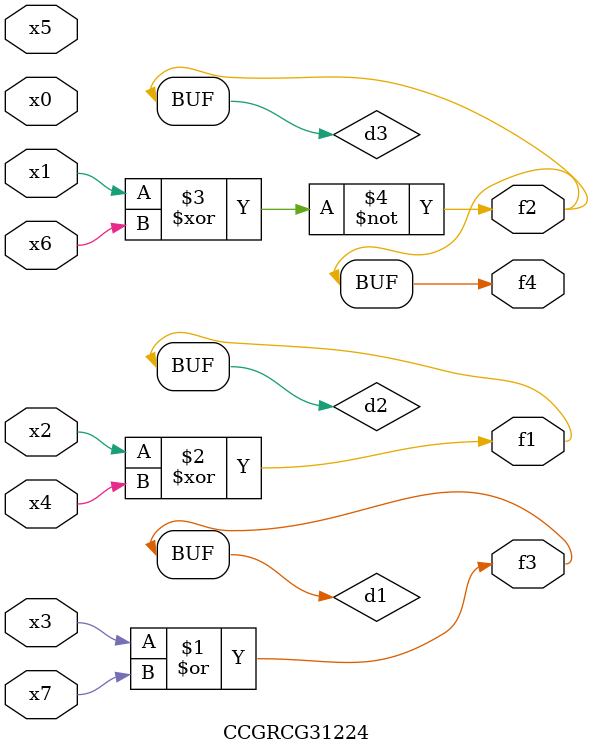
<source format=v>
module CCGRCG31224(
	input x0, x1, x2, x3, x4, x5, x6, x7,
	output f1, f2, f3, f4
);

	wire d1, d2, d3;

	or (d1, x3, x7);
	xor (d2, x2, x4);
	xnor (d3, x1, x6);
	assign f1 = d2;
	assign f2 = d3;
	assign f3 = d1;
	assign f4 = d3;
endmodule

</source>
